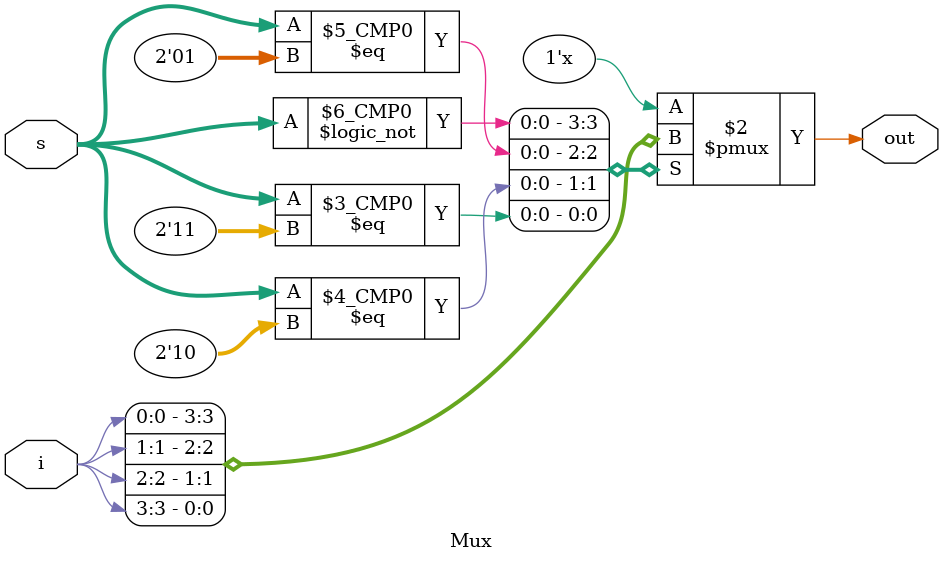
<source format=v>

module Mux(
    input [3:0] i, 
    input [1:0] s, 
    output reg out
);
    always @(i or s) begin
        case(s)
            2'b00 : out = i[0];
            2'b01 : out = i[1];
            2'b10 : out = i[2];
            2'b11 : out = i[3];
        endcase
    end
endmodule
</source>
